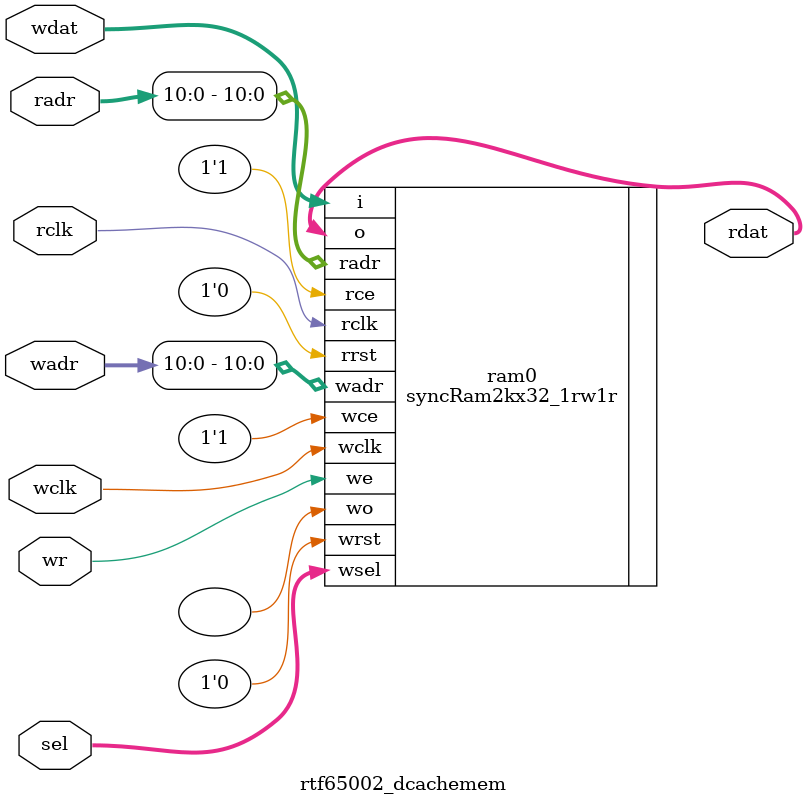
<source format=v>
module rtf65002_dcachemem(wclk, wr, sel, wadr, wdat, rclk, radr, rdat);
input wclk;
input wr;
input [3:0] sel;
input [31:0] wadr;
input [31:0] wdat;
input rclk;
input [31:0] radr;
output [31:0] rdat;

syncRam2kx32_1rw1r ram0 (
	.wrst(1'b0),
	.wclk(wclk),
	.wce(1'b1),
	.we(wr),
	.wsel(sel),
	.wadr(wadr[10:0]),
	.i(wdat),
	.wo(),
	.rrst(1'b0),
	.rclk(rclk),
	.rce(1'b1),
	.radr(radr[10:0]),
	.o(rdat)
);

endmodule

</source>
